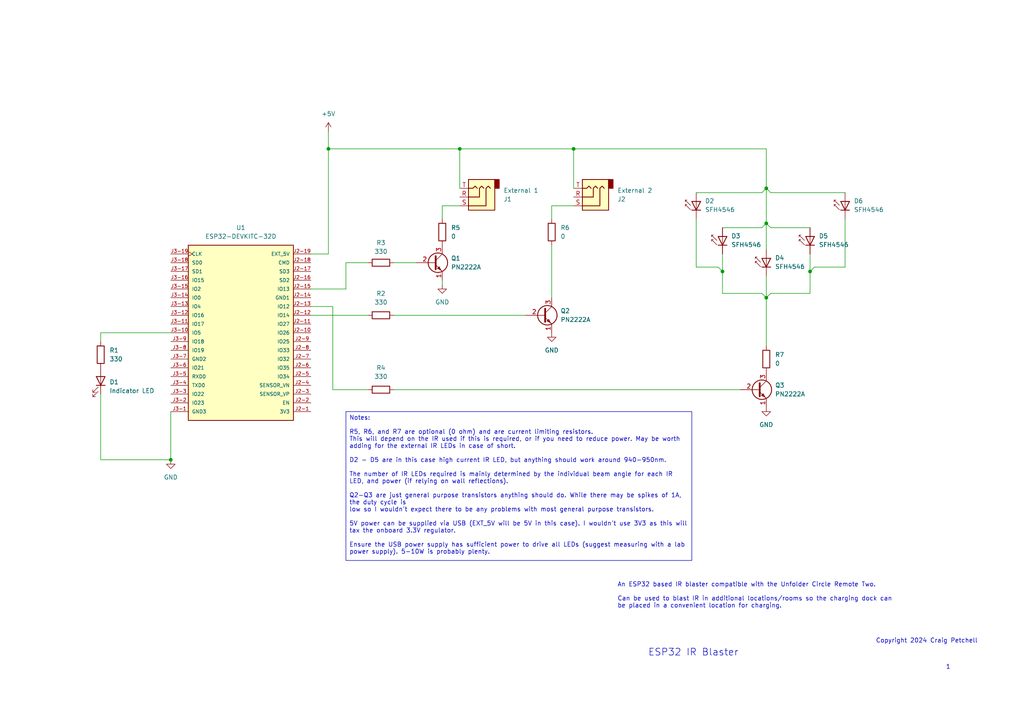
<source format=kicad_sch>
(kicad_sch (version 20230121) (generator eeschema)
  (paper "A4")
  (lib_symbols
    (symbol "Connector_Audio:AudioJack3"
      (property "Reference" "J" (at 0 8.89 0))
      (property "Value" "AudioJack3" (at 0 6.35 0))
      (symbol "AudioJack3_0_1"
        (rectangle (start -5.08 -5.08) (end -6.35 -2.54) (stroke (width 0.254)) (fill (type outline)))
        (polyline (pts (xy 0 -2.54) (xy 0.635 -3.175) (xy 1.27 -2.54) (xy 2.54 -2.54)) (stroke (width 0.254)))
        (polyline (pts (xy -1.905 -2.54) (xy -1.27 -3.175) (xy -0.635 -2.54) (xy -0.635 0) (xy 2.54 0)) (stroke (width 0.254)))
        (polyline (pts (xy 2.54 2.54) (xy -2.54 2.54) (xy -2.54 -2.54) (xy -3.175 -3.175) (xy -3.81 -2.54)) (stroke (width 0.254)))
        (rectangle (start 2.54 3.81) (end -5.08 -5.08) (stroke (width 0.254)) (fill (type background)))
      )
      (symbol "AudioJack3_1_1"
        (pin passive line (at 5.08 0 180) (length 2.54) (name "~") (number "R"))
        (pin passive line (at 5.08 2.54 180) (length 2.54) (name "~") (number "S"))
        (pin passive line (at 5.08 -2.54 180) (length 2.54) (name "~") (number "T"))
      )
    )
    (symbol "Device:LED" (pin_numbers hide) (pin_names (offset 1.016) hide)
      (property "Reference" "D" (at 0 2.54 0))
      (property "Value" "LED" (at 0 -2.54 0))
      (symbol "LED_0_1"
        (polyline (pts (xy -1.27 -1.27) (xy -1.27 1.27)) (stroke (width 0.254)))
        (polyline (pts (xy -1.27 0) (xy 1.27 0)))
        (polyline (pts (xy 1.27 -1.27) (xy 1.27 1.27) (xy -1.27 0) (xy 1.27 -1.27)) (stroke (width 0.254)))
        (polyline (pts (xy -3.048 -0.762) (xy -4.572 -2.286) (xy -3.81 -2.286) (xy -4.572 -2.286) (xy -4.572 -1.524)))
        (polyline (pts (xy -1.778 -0.762) (xy -3.302 -2.286) (xy -2.54 -2.286) (xy -3.302 -2.286) (xy -3.302 -1.524)))
      )
      (symbol "LED_1_1"
        (pin passive line (at -3.81 0 0) (length 2.54) (name "K") (number "1"))
        (pin passive line (at 3.81 0 180) (length 2.54) (name "A") (number "2"))
      )
    )
    (symbol "Device:R" (pin_numbers hide) (pin_names (offset 0))
      (property "Reference" "R" (at 2.032 0 90))
      (property "Value" "R" (at 0 0 90))
      (symbol "R_0_1"
        (rectangle (start -1.016 -2.54) (end 1.016 2.54) (stroke (width 0.254)))
      )
      (symbol "R_1_1"
        (pin passive line (at 0 3.81 270) (length 1.27) (name "~") (number "1"))
        (pin passive line (at 0 -3.81 90) (length 1.27) (name "~") (number "2"))
      )
    )
    (symbol "ESP32-DEVKITC-32D:ESP32-DEVKITC-32D" (pin_names (offset 1.016))
      (property "Reference" "U" (at -15.2572 26.0643 0))
      (property "Value" "ESP32-DEVKITC-32D" (at -15.2563 -27.9698 0))
      (symbol "ESP32-DEVKITC-32D_0_0"
        (rectangle (start -15.24 -25.4) (end 15.24 25.4) (stroke (width 0.254)) (fill (type background)))
        (pin power_in line (at -20.32 22.86 0) (length 5.08) (name "3V3") (number "J2-1"))
        (pin bidirectional line (at -20.32 0 0) (length 5.08) (name "IO26") (number "J2-10"))
        (pin bidirectional line (at -20.32 -2.54 0) (length 5.08) (name "IO27") (number "J2-11"))
        (pin bidirectional line (at -20.32 -5.08 0) (length 5.08) (name "IO14") (number "J2-12"))
        (pin bidirectional line (at -20.32 -7.62 0) (length 5.08) (name "IO12") (number "J2-13"))
        (pin power_in line (at -20.32 -10.16 0) (length 5.08) (name "GND1") (number "J2-14"))
        (pin bidirectional line (at -20.32 -12.7 0) (length 5.08) (name "IO13") (number "J2-15"))
        (pin bidirectional line (at -20.32 -15.24 0) (length 5.08) (name "SD2") (number "J2-16"))
        (pin bidirectional line (at -20.32 -17.78 0) (length 5.08) (name "SD3") (number "J2-17"))
        (pin bidirectional line (at -20.32 -20.32 0) (length 5.08) (name "CMD") (number "J2-18"))
        (pin power_in line (at -20.32 -22.86 0) (length 5.08) (name "EXT_5V") (number "J2-19"))
        (pin input line (at -20.32 20.32 0) (length 5.08) (name "EN") (number "J2-2"))
        (pin input line (at -20.32 17.78 0) (length 5.08) (name "SENSOR_VP") (number "J2-3"))
        (pin input line (at -20.32 15.24 0) (length 5.08) (name "SENSOR_VN") (number "J2-4"))
        (pin bidirectional line (at -20.32 12.7 0) (length 5.08) (name "IO34") (number "J2-5"))
        (pin bidirectional line (at -20.32 10.16 0) (length 5.08) (name "IO35") (number "J2-6"))
        (pin bidirectional line (at -20.32 7.62 0) (length 5.08) (name "IO32") (number "J2-7"))
        (pin bidirectional line (at -20.32 5.08 0) (length 5.08) (name "IO33") (number "J2-8"))
        (pin bidirectional line (at -20.32 2.54 0) (length 5.08) (name "IO25") (number "J2-9"))
        (pin power_in line (at 20.32 22.86 180) (length 5.08) (name "GND3") (number "J3-1"))
        (pin bidirectional line (at 20.32 0 180) (length 5.08) (name "IO5") (number "J3-10"))
        (pin bidirectional line (at 20.32 -2.54 180) (length 5.08) (name "IO17") (number "J3-11"))
        (pin bidirectional line (at 20.32 -5.08 180) (length 5.08) (name "IO16") (number "J3-12"))
        (pin bidirectional line (at 20.32 -7.62 180) (length 5.08) (name "IO4") (number "J3-13"))
        (pin bidirectional line (at 20.32 -10.16 180) (length 5.08) (name "IO0") (number "J3-14"))
        (pin bidirectional line (at 20.32 -12.7 180) (length 5.08) (name "IO2") (number "J3-15"))
        (pin bidirectional line (at 20.32 -15.24 180) (length 5.08) (name "IO15") (number "J3-16"))
        (pin bidirectional line (at 20.32 -17.78 180) (length 5.08) (name "SD1") (number "J3-17"))
        (pin bidirectional line (at 20.32 -20.32 180) (length 5.08) (name "SD0") (number "J3-18"))
        (pin input clock (at 20.32 -22.86 180) (length 5.08) (name "CLK") (number "J3-19"))
        (pin bidirectional line (at 20.32 20.32 180) (length 5.08) (name "IO23") (number "J3-2"))
        (pin bidirectional line (at 20.32 17.78 180) (length 5.08) (name "IO22") (number "J3-3"))
        (pin output line (at 20.32 15.24 180) (length 5.08) (name "TXD0") (number "J3-4"))
        (pin input line (at 20.32 12.7 180) (length 5.08) (name "RXD0") (number "J3-5"))
        (pin bidirectional line (at 20.32 10.16 180) (length 5.08) (name "IO21") (number "J3-6"))
        (pin power_in line (at 20.32 7.62 180) (length 5.08) (name "GND2") (number "J3-7"))
        (pin bidirectional line (at 20.32 5.08 180) (length 5.08) (name "IO19") (number "J3-8"))
        (pin bidirectional line (at 20.32 2.54 180) (length 5.08) (name "IO18") (number "J3-9"))
      )
    )
    (symbol "LED:SFH4546" (pin_numbers hide) (pin_names (offset 1.016) hide)
      (property "Reference" "D" (at 0.508 1.778 0))
      (property "Value" "SFH4546" (at -1.016 -2.794 0))
      (symbol "SFH4546_0_1"
        (polyline (pts (xy -2.54 1.27) (xy -2.54 -1.27)) (stroke (width 0.254)))
        (polyline (pts (xy 0 0) (xy -2.54 0)))
        (polyline (pts (xy 0.381 3.175) (xy -0.127 3.175)))
        (polyline (pts (xy -1.143 1.651) (xy 0.381 3.175) (xy 0.381 2.667)))
        (polyline (pts (xy 0 -1.27) (xy -2.54 0) (xy 0 1.27) (xy 0 -1.27)) (stroke (width 0.254)))
        (polyline (pts (xy -2.413 1.651) (xy -0.889 3.175) (xy -0.889 2.667) (xy -0.889 3.175) (xy -1.397 3.175)))
      )
      (symbol "SFH4546_1_1"
        (pin passive line (at -5.08 0 0) (length 2.54) (name "K") (number "1"))
        (pin passive line (at 2.54 0 180) (length 2.54) (name "A") (number "2"))
      )
    )
    (symbol "Transistor_BJT:PN2222A" (pin_names (offset 0) hide)
      (property "Reference" "Q" (at 5.08 1.905 0))
      (property "Value" "PN2222A" (at 5.08 0 0))
      (symbol "PN2222A_0_1"
        (polyline (pts (xy 0 0) (xy 0.635 0)))
        (polyline (pts (xy 2.54 -2.54) (xy 0.635 -0.635)))
        (polyline (pts (xy 2.54 2.54) (xy 0.635 0.635)))
        (polyline (pts (xy 0.635 1.905) (xy 0.635 -1.905) (xy 0.635 -1.905)) (stroke (width 0.508)))
        (polyline (pts (xy 2.413 -2.413) (xy 1.905 -1.905) (xy 1.905 -1.905)))
        (polyline (pts (xy 1.143 -1.651) (xy 1.651 -1.143) (xy 2.159 -2.159) (xy 1.143 -1.651) (xy 1.143 -1.651)) (fill (type outline)))
        (circle (center 1.27 0) (radius 2.8194) (stroke (width 0.254)))
      )
      (symbol "PN2222A_1_1"
        (pin passive line (at 2.54 -5.08 90) (length 2.54) (name "E") (number "1"))
        (pin input line (at -5.08 0 0) (length 5.08) (name "B") (number "2"))
        (pin passive line (at 2.54 5.08 270) (length 2.54) (name "C") (number "3"))
      )
    )
    (symbol "power:+5V" (power) (pin_names (offset 0))
      (property "Value" "+5V" (at 0 3.556 0))
      (symbol "+5V_0_1"
        (polyline (pts (xy -0.762 1.27) (xy 0 2.54)))
        (polyline (pts (xy 0 0) (xy 0 2.54)))
        (polyline (pts (xy 0 2.54) (xy 0.762 1.27)))
      )
      (symbol "+5V_1_1"
        (pin power_in line (at 0 0 90) (length 0) hide (name "+5V") (number "1"))
      )
    )
    (symbol "power:GND" (power) (pin_names (offset 0))
      (property "Value" "GND" (at 0 -3.81 0))
      (symbol "GND_0_1"
        (polyline (pts (xy 0 0) (xy 0 -1.27) (xy 1.27 -1.27) (xy 0 -2.54) (xy -1.27 -1.27) (xy 0 -1.27)))
      )
      (symbol "GND_1_1"
        (pin power_in line (at 0 0 270) (length 0) hide (name "GND") (number "1"))
      )
    )
  )
  (junction (at 49.53 133.35))
  (junction (at 95.25 43.18))
  (junction (at 222.25 86.36))
  (junction (at 222.25 64.77))
  (junction (at 166.37 43.18))
  (junction (at 133.35 43.18))
  (junction (at 209.55 78.74))
  (junction (at 234.95 78.74))
  (junction (at 222.25 54.61))
  (wire (pts (xy 114.3 113.03) (xy 214.63 113.03)))
  (wire (pts (xy 100.33 76.2) (xy 100.33 83.82)))
  (wire (pts (xy 236.22 77.47) (xy 234.95 78.74)))
  (wire (pts (xy 160.02 71.12) (xy 160.02 86.36)))
  (wire (pts (xy 220.98 66.04) (xy 222.25 64.77)))
  (wire (pts (xy 166.37 43.18) (xy 222.25 43.18)))
  (wire (pts (xy 166.37 43.18) (xy 166.37 54.61)))
  (wire (pts (xy 222.25 86.36) (xy 222.25 100.33)))
  (wire (pts (xy 49.53 119.38) (xy 49.53 133.35)))
  (wire (pts (xy 90.17 88.9) (xy 96.52 88.9)))
  (wire (pts (xy 29.21 96.52) (xy 29.21 99.06)))
  (wire (pts (xy 29.21 133.35) (xy 49.53 133.35)))
  (wire (pts (xy 160.02 59.69) (xy 166.37 59.69)))
  (wire (pts (xy 209.55 85.09) (xy 220.98 85.09)))
  (wire (pts (xy 222.25 64.77) (xy 222.25 72.39)))
  (wire (pts (xy 222.25 80.01) (xy 222.25 86.36)))
  (wire (pts (xy 245.11 63.5) (xy 245.11 77.47)))
  (wire (pts (xy 220.98 85.09) (xy 222.25 86.36)))
  (wire (pts (xy 128.27 81.28) (xy 128.27 82.55)))
  (wire (pts (xy 95.25 43.18) (xy 133.35 43.18)))
  (wire (pts (xy 133.35 43.18) (xy 166.37 43.18)))
  (wire (pts (xy 223.52 66.04) (xy 222.25 64.77)))
  (wire (pts (xy 209.55 73.66) (xy 209.55 78.74)))
  (wire (pts (xy 95.25 38.1) (xy 95.25 43.18)))
  (wire (pts (xy 222.25 54.61) (xy 222.25 64.77)))
  (wire (pts (xy 223.52 85.09) (xy 222.25 86.36)))
  (wire (pts (xy 234.95 73.66) (xy 234.95 78.74)))
  (wire (pts (xy 234.95 78.74) (xy 234.95 85.09)))
  (wire (pts (xy 90.17 73.66) (xy 95.25 73.66)))
  (wire (pts (xy 160.02 59.69) (xy 160.02 63.5)))
  (wire (pts (xy 209.55 78.74) (xy 209.55 85.09)))
  (wire (pts (xy 95.25 43.18) (xy 95.25 73.66)))
  (wire (pts (xy 114.3 91.44) (xy 152.4 91.44)))
  (wire (pts (xy 29.21 96.52) (xy 49.53 96.52)))
  (wire (pts (xy 245.11 77.47) (xy 236.22 77.47)))
  (wire (pts (xy 29.21 114.3) (xy 29.21 133.35)))
  (wire (pts (xy 133.35 43.18) (xy 133.35 54.61)))
  (wire (pts (xy 96.52 113.03) (xy 106.68 113.03)))
  (wire (pts (xy 201.93 77.47) (xy 208.28 77.47)))
  (wire (pts (xy 96.52 88.9) (xy 96.52 113.03)))
  (wire (pts (xy 201.93 63.5) (xy 201.93 77.47)))
  (wire (pts (xy 90.17 83.82) (xy 100.33 83.82)))
  (wire (pts (xy 90.17 91.44) (xy 106.68 91.44)))
  (wire (pts (xy 222.25 43.18) (xy 222.25 54.61)))
  (wire (pts (xy 128.27 59.69) (xy 128.27 63.5)))
  (wire (pts (xy 220.98 55.88) (xy 222.25 54.61)))
  (wire (pts (xy 114.3 76.2) (xy 120.65 76.2)))
  (wire (pts (xy 209.55 66.04) (xy 220.98 66.04)))
  (wire (pts (xy 223.52 55.88) (xy 222.25 54.61)))
  (wire (pts (xy 234.95 66.04) (xy 223.52 66.04)))
  (wire (pts (xy 234.95 85.09) (xy 223.52 85.09)))
  (wire (pts (xy 201.93 55.88) (xy 220.98 55.88)))
  (wire (pts (xy 208.28 77.47) (xy 209.55 78.74)))
  (wire (pts (xy 245.11 55.88) (xy 223.52 55.88)))
  (wire (pts (xy 100.33 76.2) (xy 106.68 76.2)))
  (wire (pts (xy 128.27 59.69) (xy 133.35 59.69)))
  (text_box "Notes:\n\nR5, R6, and R7 are optional (0 ohm) and are current limiting resistors.\nThis will depend on the IR used if this is required, or if you need to reduce power. May be worth adding for the external IR LEDs in case of short.\n\nD2 - D5 are in this case high current IR LED, but anything should work around 940-950nm. \n\nThe number of IR LEDs required is mainly determined by the individual beam angle for each IR LED, and power (if relying on wall reflections).\n\nQ2-Q3 are just general purpose transistors anything should do. While there may be spikes of 1A, the duty cycle is \nlow so I wouldn't expect there to be any problems with most general purpose transistors.\n\n5V power can be supplied via USB (EXT_5V will be 5V in this case). I wouldn't use 3V3 as this will tax the onboard 3.3V regulator.\n\nEnsure the USB power supply has sufficient power to drive all LEDs (suggest measuring with a lab power supply). 5-10W is probably plenty." (at 100.33 119.38 0) (size 100.33 43.18) (effects (font (size 1.27 1.27)) (justify left top)))
  (text "1" (at 274.32 194.31 0) (effects (font (size 1.27 1.27)) (justify left bottom)))
  (text "An ESP32 based IR blaster compatible with the Unfolder Circle Remote Two.\n\nCan be used to blast IR in additional locations/rooms so the charging dock can \nbe placed in a convenient location for charging." (at 179.07 176.53 0) (effects (font (size 1.27 1.27)) (justify left bottom)))
  (text "Copyright 2024 Craig Petchell" (at 254 186.69 0) (effects (font (size 1.27 1.27)) (justify left bottom)))
  (text "ESP32 IR Blaster" (at 187.96 190.5 0) (effects (font (size 2 2)) (justify left bottom)))
  (symbol (lib_id "Transistor_BJT:PN2222A") (at 125.73 76.2 0) (unit 1)
    (property "Reference" "Q1" (at 130.81 74.93 0) (effects (justify left)))
    (property "Value" "PN2222A" (at 130.81 77.47 0) (effects (justify left)))
    (property "Footprint" "Package_TO_SOT_THT:TO-92_Inline" (effects hide))
    (property "Datasheet" "https://www.onsemi.com/pub/Collateral/PN2222-D.PDF" (effects hide))
  )
  (symbol (lib_id "Device:R") (at 110.49 76.2 90) (unit 1)
    (property "Reference" "R3" (at 110.49 70.4192 90))
    (property "Value" "330" (at 110.49 72.9592 90))
  )
  (symbol (lib_id "Device:R") (at 128.27 67.31 0) (unit 1)
    (property "Reference" "R5" (at 130.81 66.04 0) (effects (justify left)))
    (property "Value" "0" (at 130.81 68.58 0) (effects (justify left)))
  )
  (symbol (lib_id "Connector_Audio:AudioJack3") (at 171.45 57.15 180) (unit 1)
    (property "Reference" "J2" (at 179.07 57.785 0) (effects (justify right)))
    (property "Value" "External 2" (at 179.07 55.245 0) (effects (justify right)))
  )
  (symbol (lib_id "LED:SFH4546") (at 234.95 68.58 90) (unit 1)
    (property "Reference" "D5" (at 237.49 68.453 90) (effects (justify right)))
    (property "Value" "SFH4546" (at 237.49 70.993 90) (effects (justify right)))
    (property "Footprint" "LED_THT:LED_D5.0mm_IRGrey" (effects hide))
    (property "Datasheet" "http://www.osram-os.com/Graphics/XPic1/00101982_0.pdf" (effects hide))
  )
  (symbol (lib_id "LED:SFH4546") (at 209.55 68.58 90) (unit 1)
    (property "Reference" "D3" (at 212.09 68.453 90) (effects (justify right)))
    (property "Value" "SFH4546" (at 212.09 70.993 90) (effects (justify right)))
    (property "Footprint" "LED_THT:LED_D5.0mm_IRGrey" (effects hide))
    (property "Datasheet" "http://www.osram-os.com/Graphics/XPic1/00101982_0.pdf" (effects hide))
  )
  (symbol (lib_id "LED:SFH4546") (at 245.11 58.42 90) (unit 1)
    (property "Reference" "D6" (at 247.65 58.293 90) (effects (justify right)))
    (property "Value" "SFH4546" (at 247.65 60.833 90) (effects (justify right)))
    (property "Footprint" "LED_THT:LED_D5.0mm_IRGrey" (effects hide))
    (property "Datasheet" "http://www.osram-os.com/Graphics/XPic1/00101982_0.pdf" (effects hide))
  )
  (symbol (lib_id "power:+5V") (at 95.25 38.1 0) (unit 1)
    (property "Reference" "#PWR01" (effects hide))
    (property "Value" "+5V" (at 95.25 33.02 0))
  )
  (symbol (lib_id "Device:R") (at 160.02 67.31 0) (unit 1)
    (property "Reference" "R6" (at 162.56 66.04 0) (effects (justify left)))
    (property "Value" "0" (at 162.56 68.58 0) (effects (justify left)))
  )
  (symbol (lib_id "Device:R") (at 222.25 104.14 0) (unit 1)
    (property "Reference" "R7" (at 224.79 102.87 0) (effects (justify left)))
    (property "Value" "0" (at 224.79 105.41 0) (effects (justify left)))
  )
  (symbol (lib_id "Device:R") (at 110.49 113.03 270) (mirror x) (unit 1)
    (property "Reference" "R4" (at 110.49 106.68 90))
    (property "Value" "330" (at 110.49 109.22 90))
  )
  (symbol (lib_id "power:GND") (at 128.27 82.55 0) (unit 1)
    (property "Reference" "#PWR03" (effects hide))
    (property "Value" "GND" (at 128.27 87.63 0))
  )
  (symbol (lib_id "Device:R") (at 29.21 102.87 0) (unit 1)
    (property "Reference" "R1" (at 31.75 101.6 0) (effects (justify left)))
    (property "Value" "330" (at 31.75 104.14 0) (effects (justify left)))
  )
  (symbol (lib_id "power:GND") (at 222.25 118.11 0) (unit 1)
    (property "Reference" "#PWR05" (effects hide))
    (property "Value" "GND" (at 222.25 123.19 0))
  )
  (symbol (lib_id "Transistor_BJT:PN2222A") (at 219.71 113.03 0) (unit 1)
    (property "Reference" "Q3" (at 224.79 111.76 0) (effects (justify left)))
    (property "Value" "PN2222A" (at 224.79 114.3 0) (effects (justify left)))
    (property "Footprint" "Package_TO_SOT_THT:TO-92_Inline" (effects hide))
    (property "Datasheet" "https://www.onsemi.com/pub/Collateral/PN2222-D.PDF" (effects hide))
  )
  (symbol (lib_id "power:GND") (at 160.02 96.52 0) (unit 1)
    (property "Reference" "#PWR04" (effects hide))
    (property "Value" "GND" (at 160.02 101.6 0))
  )
  (symbol (lib_id "Device:LED") (at 29.21 110.49 270) (mirror x) (unit 1)
    (property "Reference" "D1" (at 31.75 110.8075 90) (effects (justify left)))
    (property "Value" "Indicator LED" (at 31.75 113.3475 90) (effects (justify left)))
  )
  (symbol (lib_id "LED:SFH4546") (at 201.93 58.42 90) (unit 1)
    (property "Reference" "D2" (at 204.47 58.293 90) (effects (justify right)))
    (property "Value" "SFH4546" (at 204.47 60.833 90) (effects (justify right)))
    (property "Footprint" "LED_THT:LED_D5.0mm_IRGrey" (effects hide))
    (property "Datasheet" "http://www.osram-os.com/Graphics/XPic1/00101982_0.pdf" (effects hide))
  )
  (symbol (lib_id "Transistor_BJT:PN2222A") (at 157.48 91.44 0) (unit 1)
    (property "Reference" "Q2" (at 162.56 90.17 0) (effects (justify left)))
    (property "Value" "PN2222A" (at 162.56 92.71 0) (effects (justify left)))
    (property "Footprint" "Package_TO_SOT_THT:TO-92_Inline" (effects hide))
    (property "Datasheet" "https://www.onsemi.com/pub/Collateral/PN2222-D.PDF" (effects hide))
  )
  (symbol (lib_id "ESP32-DEVKITC-32D:ESP32-DEVKITC-32D") (at 69.85 96.52 180) (unit 1)
    (property "Reference" "U1" (at 69.85 66.04 0))
    (property "Value" "ESP32-DEVKITC-32D" (at 69.85 68.58 0))
    (property "Footprint" "ESP32-DEVKITC-32D:ESP32_DEVKITC_32D" (effects hide))
    (property "MF" "Espressif Systems" (effects hide))
    (property "MAXIMUM_PACKAGE_HEIGHT" "N/A" (effects hide))
    (property "Package" "None" (effects hide))
    (property "Price" "None" (effects hide))
    (property "Check_prices" "https://www.snapeda.com/parts/ESP32-DEVKITC-32D/Espressif+Systems/view-part/?ref=eda" (effects hide))
    (property "STANDARD" "Manufacturer Recommendations" (effects hide))
    (property "PARTREV" "V4" (effects hide))
    (property "SnapEDA_Link" "https://www.snapeda.com/parts/ESP32-DEVKITC-32D/Espressif+Systems/view-part/?ref=snap" (effects hide))
    (property "MP" "ESP32-DEVKITC-32D" (effects hide))
    (property "Purchase-URL" "https://www.snapeda.com/api/url_track_click_mouser/?unipart_id=2777395&manufacturer=Espressif Systems&part_name=ESP32-DEVKITC-32D&search_term=None" (effects hide))
    (property "Description" "\nWiFi Development Tools (802.11) ESP32 General Development Kit, ESP32-WROOM-32D on the board\n" (effects hide))
    (property "MANUFACTURER" "Espressif Systems" (effects hide))
    (property "Availability" "In Stock" (effects hide))
    (property "SNAPEDA_PN" "ESP32-DEVKITC-32D" (effects hide))
  )
  (symbol (lib_id "Connector_Audio:AudioJack3") (at 138.43 57.15 180) (unit 1)
    (property "Reference" "J1" (at 146.05 57.785 0) (effects (justify right)))
    (property "Value" "External 1" (at 146.05 55.245 0) (effects (justify right)))
  )
  (symbol (lib_id "Device:R") (at 110.49 91.44 90) (unit 1)
    (property "Reference" "R2" (at 110.49 85.1454 90))
    (property "Value" "330" (at 110.49 87.6854 90))
  )
  (symbol (lib_id "LED:SFH4546") (at 222.25 74.93 90) (unit 1)
    (property "Reference" "D4" (at 224.79 74.803 90) (effects (justify right)))
    (property "Value" "SFH4546" (at 224.79 77.343 90) (effects (justify right)))
    (property "Footprint" "LED_THT:LED_D5.0mm_IRGrey" (effects hide))
    (property "Datasheet" "http://www.osram-os.com/Graphics/XPic1/00101982_0.pdf" (effects hide))
  )
  (symbol (lib_id "power:GND") (at 49.53 133.35 0) (unit 1)
    (property "Reference" "#PWR02" (effects hide))
    (property "Value" "GND" (at 49.53 138.43 0))
  )
)
</source>
